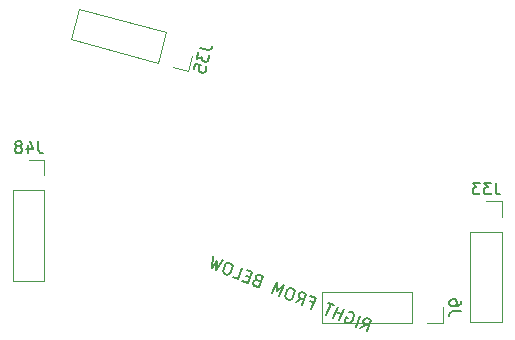
<source format=gbr>
G04 #@! TF.GenerationSoftware,KiCad,Pcbnew,(5.1.4)-1*
G04 #@! TF.CreationDate,2023-06-17T18:34:11-04:00*
G04 #@! TF.ProjectId,ThumbsUp,5468756d-6273-4557-902e-6b696361645f,rev?*
G04 #@! TF.SameCoordinates,Original*
G04 #@! TF.FileFunction,Legend,Bot*
G04 #@! TF.FilePolarity,Positive*
%FSLAX46Y46*%
G04 Gerber Fmt 4.6, Leading zero omitted, Abs format (unit mm)*
G04 Created by KiCad (PCBNEW (5.1.4)-1) date 2023-06-17 18:34:11*
%MOMM*%
%LPD*%
G04 APERTURE LIST*
%ADD10C,0.150000*%
%ADD11C,0.120000*%
G04 APERTURE END LIST*
D10*
X184629295Y-358825026D02*
X185116740Y-358508379D01*
X185159114Y-359039087D02*
X185533721Y-358111903D01*
X185180508Y-357969196D01*
X185074366Y-357977671D01*
X185012376Y-358003984D01*
X184932548Y-358074449D01*
X184879033Y-358206904D01*
X184887508Y-358313045D01*
X184913821Y-358375035D01*
X184984286Y-358454864D01*
X185337499Y-358597571D01*
X184231931Y-358664481D02*
X184606537Y-357737297D01*
X183661515Y-357406842D02*
X183767657Y-357398367D01*
X183900111Y-357451882D01*
X184014728Y-357549549D01*
X184067354Y-357673529D01*
X184075829Y-357779671D01*
X184048627Y-357974116D01*
X183995112Y-358106570D01*
X183879607Y-358265338D01*
X183799778Y-358335803D01*
X183675798Y-358388430D01*
X183525505Y-358379066D01*
X183437202Y-358343389D01*
X183322585Y-358245722D01*
X183296272Y-358183732D01*
X183421141Y-357874671D01*
X183597747Y-357946025D01*
X182863231Y-358111490D02*
X183237837Y-357184306D01*
X183059453Y-357625822D02*
X182529634Y-357411761D01*
X182333411Y-357897429D02*
X182708018Y-356970245D01*
X182398957Y-356845376D02*
X181869137Y-356631315D01*
X181759440Y-357665530D02*
X182134047Y-356738346D01*
X180366205Y-356537679D02*
X180675266Y-356662548D01*
X180479044Y-357148216D02*
X180853650Y-356221032D01*
X180412134Y-356042648D01*
X179154495Y-356613064D02*
X179641941Y-356296416D01*
X179684315Y-356827124D02*
X180058921Y-355899941D01*
X179705708Y-355757233D01*
X179599567Y-355765708D01*
X179537577Y-355792021D01*
X179457748Y-355862486D01*
X179404233Y-355994941D01*
X179412708Y-356101083D01*
X179439021Y-356163073D01*
X179509486Y-356242901D01*
X179862699Y-356385608D01*
X178955131Y-355453980D02*
X178778524Y-355382627D01*
X178672383Y-355391102D01*
X178548403Y-355443728D01*
X178432897Y-355602496D01*
X178308029Y-355911557D01*
X178280827Y-356106002D01*
X178333453Y-356229982D01*
X178403918Y-356309811D01*
X178580524Y-356381164D01*
X178686666Y-356372689D01*
X178810646Y-356320063D01*
X178926151Y-356161295D01*
X179051020Y-355852234D01*
X179078222Y-355657789D01*
X179025596Y-355533809D01*
X178955131Y-355453980D01*
X177785795Y-356060073D02*
X178160402Y-355132889D01*
X177583764Y-355670294D01*
X177542279Y-354883151D01*
X177167673Y-355810335D01*
X175906892Y-354736000D02*
X175756599Y-354726636D01*
X175694609Y-354752949D01*
X175614780Y-354823414D01*
X175561265Y-354955869D01*
X175569740Y-355062011D01*
X175596053Y-355124001D01*
X175666518Y-355203829D01*
X176019731Y-355346536D01*
X176394337Y-354419353D01*
X176085276Y-354294484D01*
X175979134Y-354302959D01*
X175917144Y-354329272D01*
X175837316Y-354399737D01*
X175801639Y-354488040D01*
X175810114Y-354594181D01*
X175836427Y-354656171D01*
X175906892Y-354736000D01*
X176215953Y-354860869D01*
X175288769Y-354486262D02*
X174979708Y-354361393D01*
X174651031Y-354793546D02*
X175092547Y-354971930D01*
X175467153Y-354044746D01*
X175025637Y-353866362D01*
X173812150Y-354454616D02*
X174253666Y-354633000D01*
X174628273Y-353705816D01*
X173701089Y-353331210D02*
X173524483Y-353259856D01*
X173418341Y-353268331D01*
X173294361Y-353320957D01*
X173178856Y-353479725D01*
X173053987Y-353788787D01*
X173026785Y-353983231D01*
X173079411Y-354107211D01*
X173149876Y-354187040D01*
X173326482Y-354258394D01*
X173432624Y-354249919D01*
X173556604Y-354197292D01*
X173672109Y-354038524D01*
X173796978Y-353729463D01*
X173824180Y-353535018D01*
X173771554Y-353411038D01*
X173701089Y-353331210D01*
X172994663Y-353045795D02*
X172399299Y-353883787D01*
X172490268Y-353150159D01*
X172046086Y-353741080D01*
X172199934Y-352724704D01*
D11*
X170032059Y-337006043D02*
X170376288Y-335721361D01*
X168747378Y-336661813D02*
X170032059Y-337006043D01*
X167520652Y-336333113D02*
X168209111Y-333763750D01*
X168209111Y-333763750D02*
X160790800Y-331776020D01*
X167520652Y-336333113D02*
X160102342Y-334345383D01*
X160102342Y-334345383D02*
X160790800Y-331776020D01*
X157884489Y-344529102D02*
X156554489Y-344529102D01*
X157884489Y-345859102D02*
X157884489Y-344529102D01*
X157884489Y-347129102D02*
X155224489Y-347129102D01*
X155224489Y-347129102D02*
X155224489Y-354809102D01*
X157884489Y-347129102D02*
X157884489Y-354809102D01*
X157884489Y-354809102D02*
X155224489Y-354809102D01*
X196606987Y-348013573D02*
X195276987Y-348013573D01*
X196606987Y-349343573D02*
X196606987Y-348013573D01*
X196606987Y-350613573D02*
X193946987Y-350613573D01*
X193946987Y-350613573D02*
X193946987Y-358293573D01*
X196606987Y-350613573D02*
X196606987Y-358293573D01*
X196606987Y-358293573D02*
X193946987Y-358293573D01*
X191636132Y-358361045D02*
X191636132Y-357031045D01*
X190306132Y-358361045D02*
X191636132Y-358361045D01*
X189036132Y-358361045D02*
X189036132Y-355701045D01*
X189036132Y-355701045D02*
X181356132Y-355701045D01*
X189036132Y-358361045D02*
X181356132Y-358361045D01*
X181356132Y-358361045D02*
X181356132Y-355701045D01*
D10*
X171022774Y-335056505D02*
X171712721Y-335241376D01*
X171863035Y-335232354D01*
X171979678Y-335165010D01*
X172062648Y-335039346D01*
X172087298Y-334947353D01*
X170924177Y-335424477D02*
X170763955Y-336022431D01*
X171218200Y-335799054D01*
X171181226Y-335937043D01*
X171202573Y-336041361D01*
X171236245Y-336099682D01*
X171315913Y-336170328D01*
X171545895Y-336231951D01*
X171650213Y-336210604D01*
X171708534Y-336176933D01*
X171779180Y-336097264D01*
X171853128Y-335821285D01*
X171831781Y-335716968D01*
X171798109Y-335658647D01*
X170529786Y-336896364D02*
X170653033Y-336436399D01*
X171125322Y-336513650D01*
X171067001Y-336547322D01*
X170996355Y-336626990D01*
X170934732Y-336856972D01*
X170956079Y-336961290D01*
X170989750Y-337019611D01*
X171069419Y-337090257D01*
X171299401Y-337151881D01*
X171403719Y-337130534D01*
X171462040Y-337096862D01*
X171532686Y-337017194D01*
X171594309Y-336787211D01*
X171572962Y-336682894D01*
X171539290Y-336624572D01*
X157364012Y-342981482D02*
X157364012Y-343695768D01*
X157411631Y-343838625D01*
X157506869Y-343933863D01*
X157649727Y-343981482D01*
X157744965Y-343981482D01*
X156459250Y-343314816D02*
X156459250Y-343981482D01*
X156697346Y-342933863D02*
X156935441Y-343648149D01*
X156316393Y-343648149D01*
X155792584Y-343410054D02*
X155887822Y-343362435D01*
X155935441Y-343314816D01*
X155983060Y-343219578D01*
X155983060Y-343171959D01*
X155935441Y-343076721D01*
X155887822Y-343029102D01*
X155792584Y-342981482D01*
X155602108Y-342981482D01*
X155506869Y-343029102D01*
X155459250Y-343076721D01*
X155411631Y-343171959D01*
X155411631Y-343219578D01*
X155459250Y-343314816D01*
X155506869Y-343362435D01*
X155602108Y-343410054D01*
X155792584Y-343410054D01*
X155887822Y-343457673D01*
X155935441Y-343505292D01*
X155983060Y-343600530D01*
X155983060Y-343791006D01*
X155935441Y-343886244D01*
X155887822Y-343933863D01*
X155792584Y-343981482D01*
X155602108Y-343981482D01*
X155506869Y-343933863D01*
X155459250Y-343886244D01*
X155411631Y-343791006D01*
X155411631Y-343600530D01*
X155459250Y-343505292D01*
X155506869Y-343457673D01*
X155602108Y-343410054D01*
X196086510Y-346465953D02*
X196086510Y-347180239D01*
X196134129Y-347323096D01*
X196229367Y-347418334D01*
X196372225Y-347465953D01*
X196467463Y-347465953D01*
X195705558Y-346465953D02*
X195086510Y-346465953D01*
X195419844Y-346846906D01*
X195276987Y-346846906D01*
X195181748Y-346894525D01*
X195134129Y-346942144D01*
X195086510Y-347037382D01*
X195086510Y-347275477D01*
X195134129Y-347370715D01*
X195181748Y-347418334D01*
X195276987Y-347465953D01*
X195562701Y-347465953D01*
X195657939Y-347418334D01*
X195705558Y-347370715D01*
X194753177Y-346465953D02*
X194134129Y-346465953D01*
X194467463Y-346846906D01*
X194324606Y-346846906D01*
X194229367Y-346894525D01*
X194181748Y-346942144D01*
X194134129Y-347037382D01*
X194134129Y-347275477D01*
X194181748Y-347370715D01*
X194229367Y-347418334D01*
X194324606Y-347465953D01*
X194610320Y-347465953D01*
X194705558Y-347418334D01*
X194753177Y-347370715D01*
X193183751Y-357364378D02*
X192469465Y-357364378D01*
X192326608Y-357411997D01*
X192231370Y-357507235D01*
X192183751Y-357650092D01*
X192183751Y-357745330D01*
X193183751Y-356459616D02*
X193183751Y-356650092D01*
X193136132Y-356745330D01*
X193088512Y-356792949D01*
X192945655Y-356888187D01*
X192755179Y-356935806D01*
X192374227Y-356935806D01*
X192278989Y-356888187D01*
X192231370Y-356840568D01*
X192183751Y-356745330D01*
X192183751Y-356554854D01*
X192231370Y-356459616D01*
X192278989Y-356411997D01*
X192374227Y-356364378D01*
X192612322Y-356364378D01*
X192707560Y-356411997D01*
X192755179Y-356459616D01*
X192802798Y-356554854D01*
X192802798Y-356745330D01*
X192755179Y-356840568D01*
X192707560Y-356888187D01*
X192612322Y-356935806D01*
M02*

</source>
